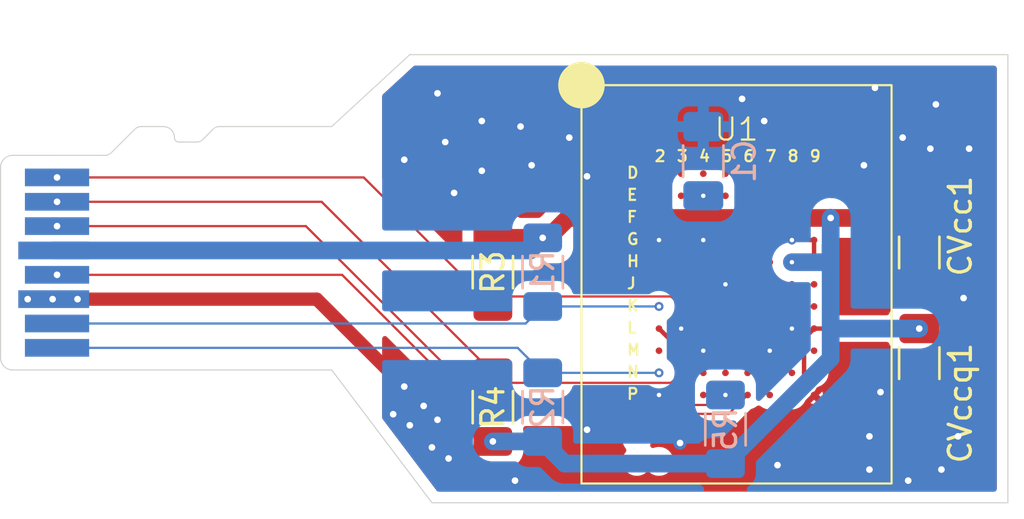
<source format=kicad_pcb>
(kicad_pcb (version 20241229) (generator "pcbnew") (generator_version "9.0")
  (layers (0 "F.Cu" signal) (2 "B.Cu" signal) (13 "F.Paste" user) (15 "B.Paste" user) (5 "F.SilkS" user "F.Silkscreen") (7 "B.SilkS" user "B.Silkscreen") (1 "F.Mask" user) (3 "B.Mask" user) (25 "Edge.Cuts" user))
  (net 0 "")
  (net 1 "Net-(U1-VDDi)")
  (net 2 "GND")
  (net 3 "+3V3")
  (net 4 "/D3")
  (net 5 "/D0")
  (net 6 "/D2")
  (net 7 "/CLK")
  (net 8 "/D1")
  (net 9 "/CMD")
  (footprint "Capacitor_SMD:C_1206_3216Metric_Pad1.33x1.80mm_HandSolder" (layer "F.Cu") (at 84 31.1925 -90)
    (property "Reference" "CVcc1" (at -1.1925 -1.85 90) (layer "F.SilkS"))
    (property "Value" "2.2u")
    (fp_line (start -0.711252 0.91) (end 0.711252 0.91) (stroke (width 0.12)) (layer "F.SilkS"))
    (fp_line (start -0.711252 -0.91) (end 0.711252 -0.91) (stroke (width 0.12)) (layer "F.SilkS"))
    (pad "1" smd roundrect (at -1.5625 0 270) (size 1.325 1.8) (layers "F.Cu" "F.Mask" "F.Paste") (roundrect_rratio 0.188679) (net 3 "+3V3"))
    (pad "2" smd roundrect (at 1.5625 0 270) (size 1.325 1.8) (layers "F.Cu" "F.Mask" "F.Paste") (roundrect_rratio 0.188679) (net 2 "GND"))
  )
  (footprint "Library:100-ball eMMC" (layer "F.Cu") (at 75.75 32.63)
    (property "Reference" "U1" (at 0 -7 0) (layer "F.SilkS") (effects (font (thickness 0.1))))
    (property "Value" "~")
    (fp_rect (start -7 -9) (end 7 9) (stroke (width 0.1)) (fill no) (layer "F.SilkS"))
    (fp_circle (center -7 -9) (end -6 -9) (stroke (width 0.1)) (fill yes) (layer "F.SilkS"))
    (fp_text user "9" (at 3.25 -5.5 0) (layer "F.SilkS") (effects (font (size 0.5 0.5) (thickness 0.1)) (justify left bottom)))
    (fp_text user "5" (at -0.75 -5.5 0) (layer "F.SilkS") (effects (font (size 0.5 0.5) (thickness 0.1)) (justify left bottom)))
    (fp_text user "8" (at 2.25 -5.5 0) (layer "F.SilkS") (effects (font (size 0.5 0.5) (thickness 0.1)) (justify left bottom)))
    (fp_text user "L" (at -5 2.25 0) (layer "F.SilkS") (effects (font (size 0.5 0.5) (thickness 0.1)) (justify left bottom)))
    (fp_text user "4" (at -1.75 -5.5 0) (layer "F.SilkS") (effects (font (size 0.5 0.5) (thickness 0.1)) (justify left bottom)))
    (fp_text user "K" (at -5 1.25 0) (layer "F.SilkS") (effects (font (size 0.5 0.5) (thickness 0.1)) (justify left bottom)))
    (fp_text user "2" (at -3.75 -5.5 0) (layer "F.SilkS") (effects (font (size 0.5 0.5) (thickness 0.1)) (justify left bottom)))
    (fp_text user "7" (at 1.25 -5.5 0) (layer "F.SilkS") (effects (font (size 0.5 0.5) (thickness 0.1)) (justify left bottom)))
    (fp_text user "6" (at 0.25 -5.5 0) (layer "F.SilkS") (effects (font (size 0.5 0.5) (thickness 0.1)) (justify left bottom)))
    (fp_text user "H" (at -5 -0.75 0) (layer "F.SilkS") (effects (font (size 0.5 0.5) (thickness 0.1)) (justify left bottom)))
    (fp_text user "G" (at -5 -1.75 0) (layer "F.SilkS") (effects (font (size 0.5 0.5) (thickness 0.1)) (justify left bottom)))
    (fp_text user "E" (at -5 -3.75 0) (layer "F.SilkS") (effects (font (size 0.5 0.5) (thickness 0.1)) (justify left bottom)))
    (fp_text user "F" (at -5 -2.75 0) (layer "F.SilkS") (effects (font (size 0.5 0.5) (thickness 0.1)) (justify left bottom)))
    (fp_text user "D" (at -5 -4.75 0) (layer "F.SilkS") (effects (font (size 0.5 0.5) (thickness 0.1)) (justify left bottom)))
    (fp_text user "M" (at -5 3.25 0) (layer "F.SilkS") (effects (font (size 0.5 0.5) (thickness 0.1)) (justify left bottom)))
    (fp_text user "P" (at -5 5.25 0) (layer "F.SilkS") (effects (font (size 0.5 0.5) (thickness 0.1)) (justify left bottom)))
    (fp_text user "J" (at -5 0.25 0) (layer "F.SilkS") (effects (font (size 0.5 0.5) (thickness 0.1)) (justify left bottom)))
    (fp_text user "3" (at -2.75 -5.5 0) (layer "F.SilkS") (effects (font (size 0.5 0.5) (thickness 0.1)) (justify left bottom)))
    (fp_text user "N" (at -5 4.25 0) (layer "F.SilkS") (effects (font (size 0.5 0.5) (thickness 0.1)) (justify left bottom)))
    (pad "0" smd circle (at -4.5 -8) (size 0.3 0.3) (layers "F.Cu" "F.Mask" "F.Paste"))
    (pad "1" smd circle (at -3.5 -8) (size 0.3 0.3) (layers "F.Cu" "F.Mask" "F.Paste"))
    (pad "2" smd circle (at 3.5 -8) (size 0.3 0.3) (layers "F.Cu" "F.Mask" "F.Paste"))
    (pad "3" smd circle (at 4.5 -8) (size 0.3 0.3) (layers "F.Cu" "F.Mask" "F.Paste"))
    (pad "4" smd circle (at -4.5 -7) (size 0.3 0.3) (layers "F.Cu" "F.Mask" "F.Paste"))
    (pad "5" smd circle (at 4.5 -7) (size 0.3 0.3) (layers "F.Cu" "F.Mask" "F.Paste"))
    (pad "6" smd circle (at -3.5 -5) (size 0.3 0.3) (layers "F.Cu" "F.Mask" "F.Paste"))
    (pad "7" smd circle (at -2.5 -5) (size 0.3 0.3) (layers "F.Cu" "F.Mask" "F.Paste"))
    (pad "8" smd circle (at -1.5 -5) (size 0.3 0.3) (layers "F.Cu" "F.Mask" "F.Paste"))
    (pad "9" smd circle (at -0.5 -5) (size 0.3 0.3) (layers "F.Cu" "F.Mask" "F.Paste"))
    (pad "10" smd circle (at 0.5 -5) (size 0.3 0.3) (layers "F.Cu" "F.Mask" "F.Paste"))
    (pad "11" smd circle (at 1.5 -5) (size 0.3 0.3) (layers "F.Cu" "F.Mask" "F.Paste"))
    (pad "12" smd circle (at 2.5 -5) (size 0.3 0.3) (layers "F.Cu" "F.Mask" "F.Paste"))
    (pad "13" smd circle (at 3.5 -5) (size 0.3 0.3) (layers "F.Cu" "F.Mask" "F.Paste"))
    (pad "14" smd circle (at -3.5 -4) (size 0.3 0.3) (layers "F.Cu" "F.Mask" "F.Paste"))
    (pad "15" smd circle (at -2.5 -4) (size 0.3 0.3) (layers "F.Cu" "F.Mask" "F.Paste"))
    (pad "16" smd circle (at -1.5 -4) (size 0.3 0.3) (layers "F.Cu" "F.Mask" "F.Paste") (net 1 "Net-(U1-VDDi)"))
    (pad "17" smd circle (at -0.5 -4) (size 0.3 0.3) (layers "F.Cu" "F.Mask" "F.Paste"))
    (pad "18" smd circle (at 0.5 -4) (size 0.3 0.3) (layers "F.Cu" "F.Mask" "F.Paste"))
    (pad "19" smd circle (at 1.5 -4) (size 0.3 0.3) (layers "F.Cu" "F.Mask" "F.Paste"))
    (pad "20" smd circle (at 2.5 -4) (size 0.3 0.3) (layers "F.Cu" "F.Mask" "F.Paste"))
    (pad "21" smd circle (at 3.5 -4) (size 0.3 0.3) (layers "F.Cu" "F.Mask" "F.Paste"))
    (pad "22" smd circle (at -3.5 -3) (size 0.3 0.3) (layers "F.Cu" "F.Mask" "F.Paste") (net 3 "+3V3"))
    (pad "23" smd circle (at -2.5 -3) (size 0.3 0.3) (layers "F.Cu" "F.Mask" "F.Paste") (net 3 "+3V3"))
    (pad "24" smd circle (at -1.5 -3) (size 0.3 0.3) (layers "F.Cu" "F.Mask" "F.Paste") (net 3 "+3V3"))
    (pad "25" smd circle (at -0.5 -3) (size 0.3 0.3) (layers "F.Cu" "F.Mask" "F.Paste") (net 3 "+3V3"))
    (pad "26" smd circle (at 0.5 -3) (size 0.3 0.3) (layers "F.Cu" "F.Mask" "F.Paste") (net 3 "+3V3"))
    (pad "27" smd circle (at 1.5 -3) (size 0.3 0.3) (layers "F.Cu" "F.Mask" "F.Paste") (net 3 "+3V3"))
    (pad "28" smd circle (at 2.5 -3) (size 0.3 0.3) (layers "F.Cu" "F.Mask" "F.Paste") (net 3 "+3V3"))
    (pad "29" smd circle (at 3.5 -3) (size 0.3 0.3) (layers "F.Cu" "F.Mask" "F.Paste") (net 3 "+3V3"))
    (pad "30" smd circle (at -3.5 -2) (size 0.3 0.3) (layers "F.Cu" "F.Mask" "F.Paste") (net 2 "GND"))
    (pad "31" smd circle (at -2.5 -2) (size 0.3 0.3) (layers "F.Cu" "F.Mask" "F.Paste") (net 2 "GND"))
    (pad "32" smd circle (at -1.5 -2) (size 0.3 0.3) (layers "F.Cu" "F.Mask" "F.Paste") (net 2 "GND"))
    (pad "33" smd circle (at -0.5 -2) (size 0.3 0.3) (layers "F.Cu" "F.Mask" "F.Paste") (net 2 "GND"))
    (pad "34" smd circle (at 0.5 -2) (size 0.3 0.3) (layers "F.Cu" "F.Mask" "F.Paste") (net 2 "GND"))
    (pad "35" smd circle (at 1.5 -2) (size 0.3 0.3) (layers "F.Cu" "F.Mask" "F.Paste") (net 2 "GND"))
    (pad "36" smd circle (at 2.5 -2) (size 0.3 0.3) (layers "F.Cu" "F.Mask" "F.Paste") (net 2 "GND"))
    (pad "37" smd circle (at 3.5 -2) (size 0.3 0.3) (layers "F.Cu" "F.Mask" "F.Paste") (net 2 "GND"))
    (pad "38" smd circle (at -3.5 -1) (size 0.3 0.3) (layers "F.Cu" "F.Mask" "F.Paste") (net 2 "GND"))
    (pad "39" smd circle (at -2.5 -1) (size 0.3 0.3) (layers "F.Cu" "F.Mask" "F.Paste") (net 3 "+3V3"))
    (pad "40" smd circle (at -1.5 -1) (size 0.3 0.3) (layers "F.Cu" "F.Mask" "F.Paste"))
    (pad "41" smd circle (at -0.5 -1) (size 0.3 0.3) (layers "F.Cu" "F.Mask" "F.Paste"))
    (pad "42" smd circle (at 0.5 -1) (size 0.3 0.3) (layers "F.Cu" "F.Mask" "F.Paste"))
    (pad "43" smd circle (at 1.5 -1) (size 0.3 0.3) (layers "F.Cu" "F.Mask" "F.Paste"))
    (pad "44" smd circle (at 2.5 -1) (size 0.3 0.3) (layers "F.Cu" "F.Mask" "F.Paste") (net 3 "+3V3"))
    (pad "45" smd circle (at 3.5 -1) (size 0.3 0.3) (layers "F.Cu" "F.Mask" "F.Paste") (net 2 "GND"))
    (pad "46" smd circle (at -3.5 0) (size 0.3 0.3) (layers "F.Cu" "F.Mask" "F.Paste"))
    (pad "47" smd circle (at -2.5 0) (size 0.3 0.3) (layers "F.Cu" "F.Mask" "F.Paste"))
    (pad "48" smd circle (at -1.5 0) (size 0.3 0.3) (layers "F.Cu" "F.Mask" "F.Paste"))
    (pad "49" smd circle (at -0.5 0) (size 0.3 0.3) (layers "F.Cu" "F.Mask" "F.Paste") (net 2 "GND"))
    (pad "50" smd circle (at 0.5 0) (size 0.3 0.3) (layers "F.Cu" "F.Mask" "F.Paste"))
    (pad "51" smd circle (at 1.5 0) (size 0.3 0.3) (layers "F.Cu" "F.Mask" "F.Paste"))
    (pad "52" smd circle (at 2.5 0) (size 0.3 0.3) (layers "F.Cu" "F.Mask" "F.Paste"))
    (pad "53" smd circle (at 3.5 0) (size 0.3 0.3) (layers "F.Cu" "F.Mask" "F.Paste"))
    (pad "54" smd circle (at -3.5 1) (size 0.3 0.3) (layers "F.Cu" "F.Mask" "F.Paste") (net 5 "/D0"))
    (pad "55" smd circle (at -2.5 1) (size 0.3 0.3) (layers "F.Cu" "F.Mask" "F.Paste") (net 6 "/D2"))
    (pad "56" smd circle (at -1.5 1) (size 0.3 0.3) (layers "F.Cu" "F.Mask" "F.Paste"))
    (pad "57" smd circle (at -0.5 1) (size 0.3 0.3) (layers "F.Cu" "F.Mask" "F.Paste"))
    (pad "58" smd circle (at 0.5 1) (size 0.3 0.3) (layers "F.Cu" "F.Mask" "F.Paste"))
    (pad "59" smd circle (at 1.5 1) (size 0.3 0.3) (layers "F.Cu" "F.Mask" "F.Paste"))
    (pad "60" smd circle (at 2.5 1) (size 0.3 0.3) (layers "F.Cu" "F.Mask" "F.Paste"))
    (pad "61" smd circle (at 3.5 1) (size 0.3 0.3) (layers "F.Cu" "F.Mask" "F.Paste"))
    (pad "62" smd circle (at -3.5 2) (size 0.3 0.3) (layers "F.Cu" "F.Mask" "F.Paste") (net 3 "+3V3"))
    (pad "63" smd circle (at -2.5 2) (size 0.3 0.3) (layers "F.Cu" "F.Mask" "F.Paste") (net 2 "GND"))
    (pad "64" smd circle (at -1.5 2) (size 0.3 0.3) (layers "F.Cu" "F.Mask" "F.Paste") (net 3 "+3V3"))
    (pad "65" smd circle (at -0.5 2) (size 0.3 0.3) (layers "F.Cu" "F.Mask" "F.Paste"))
    (pad "66" smd circle (at 0.5 2) (size 0.3 0.3) (layers "F.Cu" "F.Mask" "F.Paste"))
    (pad "67" smd circle (at 1.5 2) (size 0.3 0.3) (layers "F.Cu" "F.Mask" "F.Paste") (net 3 "+3V3"))
    (pad "68" smd circle (at 2.5 2) (size 0.3 0.3) (layers "F.Cu" "F.Mask" "F.Paste") (net 2 "GND"))
    (pad "69" smd circle (at 3.5 2) (size 0.3 0.3) (layers "F.Cu" "F.Mask" "F.Paste") (net 3 "+3V3"))
    (pad "70" smd circle (at -3.5 3) (size 0.3 0.3) (layers "F.Cu" "F.Mask" "F.Paste"))
    (pad "71" smd circle (at -2.5 3) (size 0.3 0.3) (layers "F.Cu" "F.Mask" "F.Paste"))
    (pad "72" smd circle (at -1.5 3) (size 0.3 0.3) (layers "F.Cu" "F.Mask" "F.Paste") (net 2 "GND"))
    (pad "73" smd circle (at -0.5 3) (size 0.3 0.3) (layers "F.Cu" "F.Mask" "F.Paste"))
    (pad "74" smd circle (at 0.5 3) (size 0.3 0.3) (layers "F.Cu" "F.Mask" "F.Paste"))
    (pad "75" smd circle (at 1.5 3) (size 0.3 0.3) (layers "F.Cu" "F.Mask" "F.Paste") (net 2 "GND"))
    (pad "76" smd circle (at 2.5 3) (size 0.3 0.3) (layers "F.Cu" "F.Mask" "F.Paste"))
    (pad "77" smd circle (at 3.5 3) (size 0.3 0.3) (layers "F.Cu" "F.Mask" "F.Paste"))
    (pad "78" smd circle (at -3.5 4) (size 0.3 0.3) (layers "F.Cu" "F.Mask" "F.Paste") (net 8 "/D1"))
    (pad "79" smd circle (at -2.5 4) (size 0.3 0.3) (layers "F.Cu" "F.Mask" "F.Paste") (net 4 "/D3"))
    (pad "80" smd circle (at -1.5 4) (size 0.3 0.3) (layers "F.Cu" "F.Mask" "F.Paste"))
    (pad "81" smd circle (at -0.5 4) (size 0.3 0.3) (layers "F.Cu" "F.Mask" "F.Paste"))
    (pad "82" smd circle (at 0.5 4) (size 0.3 0.3) (layers "F.Cu" "F.Mask" "F.Paste"))
    (pad "83" smd circle (at 1.5 4) (size 0.3 0.3) (layers "F.Cu" "F.Mask" "F.Paste"))
    (pad "84" smd circle (at 2.5 4) (size 0.3 0.3) (layers "F.Cu" "F.Mask" "F.Paste"))
    (pad "85" smd circle (at 3.5 4) (size 0.3 0.3) (layers "F.Cu" "F.Mask" "F.Paste"))
    (pad "86" smd circle (at -3.5 5) (size 0.3 0.3) (layers "F.Cu" "F.Mask" "F.Paste") (net 2 "GND"))
    (pad "87" smd circle (at -2.5 5) (size 0.3 0.3) (layers "F.Cu" "F.Mask" "F.Paste") (net 3 "+3V3"))
    (pad "88" smd circle (at -1.5 5) (size 0.3 0.3) (layers "F.Cu" "F.Mask" "F.Paste"))
    (pad "89" smd circle (at -0.5 5) (size 0.3 0.3) (layers "F.Cu" "F.Mask" "F.Paste") (net 9 "/CMD"))
    (pad "90" smd circle (at 0.5 5) (size 0.3 0.3) (layers "F.Cu" "F.Mask" "F.Paste") (net 7 "/CLK"))
    (pad "91" smd circle (at 1.5 5) (size 0.3 0.3) (layers "F.Cu" "F.Mask" "F.Paste"))
    (pad "92" smd circle (at 2.5 5) (size 0.3 0.3) (layers "F.Cu" "F.Mask" "F.Paste") (net 3 "+3V3"))
    (pad "93" smd circle (at 3.5 5) (size 0.3 0.3) (layers "F.Cu" "F.Mask" "F.Paste") (net 2 "GND"))
    (pad "94" smd circle (at -4.5 7) (size 0.3 0.3) (layers "F.Cu" "F.Mask" "F.Paste"))
    (pad "95" smd circle (at 4.5 7) (size 0.3 0.3) (layers "F.Cu" "F.Mask" "F.Paste"))
    (pad "96" smd circle (at -4.5 8) (size 0.3 0.3) (layers "F.Cu" "F.Mask" "F.Paste"))
    (pad "97" smd circle (at -3.5 8) (size 0.3 0.3) (layers "F.Cu" "F.Mask" "F.Paste"))
    (pad "98" smd circle (at 3.5 8) (size 0.3 0.3) (layers "F.Cu" "F.Mask" "F.Paste"))
    (pad "99" smd circle (at 4.5 8) (size 0.3 0.3) (layers "F.Cu" "F.Mask" "F.Paste"))
  )
  (footprint "Capacitor_SMD:C_1206_3216Metric_Pad1.33x1.80mm_HandSolder" (layer "F.Cu") (at 84 36.1925 -90)
    (property "Reference" "CVccq1" (at 1.8075 -1.85 90) (layer "F.SilkS"))
    (property "Value" "2.2u")
    (fp_line (start -0.711252 0.91) (end 0.711252 0.91) (stroke (width 0.12)) (layer "F.SilkS"))
    (fp_line (start -0.711252 -0.91) (end 0.711252 -0.91) (stroke (width 0.12)) (layer "F.SilkS"))
    (pad "1" smd roundrect (at -1.5625 0 270) (size 1.325 1.8) (layers "F.Cu" "F.Mask" "F.Paste") (roundrect_rratio 0.188679) (net 3 "+3V3"))
    (pad "2" smd roundrect (at 1.5625 0 270) (size 1.325 1.8) (layers "F.Cu" "F.Mask" "F.Paste") (roundrect_rratio 0.188679) (net 2 "GND"))
  )
  (footprint "Resistor_SMD:R_1206_3216Metric_Pad1.30x1.75mm_HandSolder" (layer "F.Cu") (at 64.75 32.08 -90)
    (property "Reference" "R3" (at 0 0 90) (layer "F.SilkS"))
    (property "Value" "50k")
    (fp_line (start -0.727064 0.91) (end 0.727064 0.91) (stroke (width 0.12)) (layer "F.SilkS"))
    (fp_line (start -0.727064 -0.91) (end 0.727064 -0.91) (stroke (width 0.12)) (layer "F.SilkS"))
    (pad "1" smd roundrect (at -1.55 0 270) (size 1.3 1.75) (layers "F.Cu" "F.Mask" "F.Paste") (roundrect_rratio 0.192308) (net 3 "+3V3"))
    (pad "2" smd roundrect (at 1.55 0 270) (size 1.3 1.75) (layers "F.Cu" "F.Mask" "F.Paste") (roundrect_rratio 0.192308) (net 6 "/D2"))
  )
  (footprint "Resistor_SMD:R_1206_3216Metric_Pad1.30x1.75mm_HandSolder" (layer "F.Cu") (at 64.75 38.18 90)
    (property "Reference" "R4" (at 0 0 90) (layer "F.SilkS"))
    (property "Value" "50k")
    (fp_line (start -0.727064 -0.91) (end 0.727064 -0.91) (stroke (width 0.12)) (layer "F.SilkS"))
    (fp_line (start -0.727064 0.91) (end 0.727064 0.91) (stroke (width 0.12)) (layer "F.SilkS"))
    (pad "1" smd roundrect (at -1.55 0 90) (size 1.3 1.75) (layers "F.Cu" "F.Mask" "F.Paste") (roundrect_rratio 0.192308) (net 3 "+3V3"))
    (pad "2" smd roundrect (at 1.55 0 90) (size 1.3 1.75) (layers "F.Cu" "F.Mask" "F.Paste") (roundrect_rratio 0.192308) (net 4 "/D3"))
  )
  (footprint "Capacitor_SMD:C_1206_3216Metric_Pad1.33x1.80mm_HandSolder" (layer "B.Cu") (at 74.25 27.0675 90)
    (property "Reference" "C1" (at 0 1.85 90) (layer "B.SilkS") (effects (justify mirror)))
    (property "Value" "1u")
    (fp_line (start -0.711252 -0.91) (end 0.711252 -0.91) (stroke (width 0.12)) (layer "B.SilkS"))
    (fp_line (start -0.711252 0.91) (end 0.711252 0.91) (stroke (width 0.12)) (layer "B.SilkS"))
    (pad "1" smd roundrect (at -1.5625 0 90) (size 1.325 1.8) (layers "B.Cu" "B.Mask" "B.Paste") (roundrect_rratio 0.188679) (net 1 "Net-(U1-VDDi)"))
    (pad "2" smd roundrect (at 1.5625 0 90) (size 1.325 1.8) (layers "B.Cu" "B.Mask" "B.Paste") (roundrect_rratio 0.188679) (net 2 "GND"))
  )
  (footprint "Resistor_SMD:R_1206_3216Metric_Pad1.30x1.75mm_HandSolder" (layer "B.Cu") (at 67 32.08 -90)
    (property "Reference" "R1" (at 0 0 90) (layer "B.SilkS") (effects (justify mirror)))
    (property "Value" "50k")
    (fp_line (start -0.727064 0.91) (end 0.727064 0.91) (stroke (width 0.12)) (layer "B.SilkS"))
    (fp_line (start -0.727064 -0.91) (end 0.727064 -0.91) (stroke (width 0.12)) (layer "B.SilkS"))
    (pad "1" smd roundrect (at -1.55 0 270) (size 1.3 1.75) (layers "B.Cu" "B.Mask" "B.Paste") (roundrect_rratio 0.192308) (net 3 "+3V3"))
    (pad "2" smd roundrect (at 1.55 0 270) (size 1.3 1.75) (layers "B.Cu" "B.Mask" "B.Paste") (roundrect_rratio 0.192308) (net 5 "/D0"))
  )
  (footprint "Resistor_SMD:R_1206_3216Metric_Pad1.30x1.75mm_HandSolder" (layer "B.Cu") (at 67 38.18 90)
    (property "Reference" "R2" (at 0 0 90) (layer "B.SilkS") (effects (justify mirror)))
    (property "Value" "50k")
    (fp_line (start -0.727064 -0.91) (end 0.727064 -0.91) (stroke (width 0.12)) (layer "B.SilkS"))
    (fp_line (start -0.727064 0.91) (end 0.727064 0.91) (stroke (width 0.12)) (layer "B.SilkS"))
    (pad "1" smd roundrect (at -1.55 0 90) (size 1.3 1.75) (layers "B.Cu" "B.Mask" "B.Paste") (roundrect_rratio 0.192308) (net 3 "+3V3"))
    (pad "2" smd roundrect (at 1.55 0 90) (size 1.3 1.75) (layers "B.Cu" "B.Mask" "B.Paste") (roundrect_rratio 0.192308) (net 8 "/D1"))
  )
  (footprint "Library:microsd" (layer "B.Cu") (at 45.075 31.650079 -90)
    (property "Reference" "J1" (hide yes))
    (property "Value" "Micro_SD_Card")
    (fp_line (start -4.3 2.55) (end 4.3 2.55) (stroke (width 0.05)) (layer "Edge.Cuts"))
    (fp_line (start -4.85 2) (end -4.849 -2.165) (stroke (width 0.05)) (layer "Edge.Cuts"))
    (fp_line (start 4.85 2) (end 4.85 -12.4) (stroke (width 0.05)) (layer "Edge.Cuts"))
    (fp_line (start -4.966157 -2.447843) (end -6.032843 -3.517157) (stroke (width 0.05)) (layer "Edge.Cuts"))
    (fp_line (start -6.15 -3.8) (end -6.15 -4.8) (stroke (width 0.05)) (layer "Edge.Cuts"))
    (fp_line (start -5.45 -5.5) (end -5.45 -6.3) (stroke (width 0.05)) (layer "Edge.Cuts"))
    (fp_line (start -5.567157 -6.582843) (end -6.033 -7.048) (stroke (width 0.05)) (layer "Edge.Cuts"))
    (fp_line (start -6.150157 -7.330843) (end -6.15 -12.4) (stroke (width 0.05)) (layer "Edge.Cuts"))
    (fp_arc (start -4.3 2.55) (mid -4.688909 2.388909) (end -4.85 2) (stroke (width 0.05)) (layer "Edge.Cuts"))
    (fp_arc (start 4.85 2) (mid 4.688909 2.388909) (end 4.3 2.55) (stroke (width 0.05)) (layer "Edge.Cuts"))
    (fp_arc (start -4.966157 -2.447843) (mid -4.879448 -2.318073) (end -4.849 -2.165) (stroke (width 0.05)) (layer "Edge.Cuts"))
    (fp_arc (start -6.032843 -3.517157) (mid -6.119552 -3.646927) (end -6.15 -3.8) (stroke (width 0.05)) (layer "Edge.Cuts"))
    (fp_arc (start -6.15 -4.8) (mid -6.003553 -5.153553) (end -5.65 -5.3) (stroke (width 0.05)) (layer "Edge.Cuts"))
    (fp_arc (start -5.45 -5.5) (mid -5.508579 -5.358579) (end -5.65 -5.3) (stroke (width 0.05)) (layer "Edge.Cuts"))
    (fp_arc (start -5.567157 -6.582843) (mid -5.480448 -6.453073) (end -5.45 -6.3) (stroke (width 0.05)) (layer "Edge.Cuts"))
    (fp_arc (start -6.033 -7.048) (mid -6.119709 -7.17777) (end -6.150157 -7.330843) (stroke (width 0.05)) (layer "Edge.Cuts"))
    (pad "1" smd rect (at -3.85 0 270) (size 0.8 2.9) (layers "B.Cu" "B.Mask") (net 6 "/D2"))
    (pad "2" smd rect (at -2.75 0 270) (size 0.8 2.9) (layers "B.Cu" "B.Mask") (net 4 "/D3"))
    (pad "3" smd rect (at -1.65 0 270) (size 0.8 2.9) (layers "B.Cu" "B.Mask") (net 9 "/CMD"))
    (pad "4" smd rect (at -0.55 0.15 270) (size 0.8 3.2) (layers "B.Cu" "B.Mask") (net 3 "+3V3"))
    (pad "5" smd rect (at 0.55 0 270) (size 0.8 2.9) (layers "B.Cu" "B.Mask") (net 7 "/CLK"))
    (pad "6" smd rect (at 1.65 0.15 270) (size 0.8 3.2) (layers "B.Cu" "B.Mask") (net 2 "GND"))
    (pad "7" smd rect (at 2.75 0 270) (size 0.8 2.9) (layers "B.Cu" "B.Mask") (net 5 "/D0"))
    (pad "8" smd rect (at 3.85 0 270) (size 0.8 2.9) (layers "B.Cu" "B.Mask") (net 8 "/D1"))
  )
  (footprint "Resistor_SMD:R_1206_3216Metric_Pad1.30x1.75mm_HandSolder" (layer "B.Cu") (at 75.25 39.18 90)
    (property "Reference" "R5" (at 0 0 90) (layer "B.SilkS") (effects (justify mirror)))
    (property "Value" "50k")
    (fp_line (start -0.727064 -0.91) (end 0.727064 -0.91) (stroke (width 0.12)) (layer "B.SilkS"))
    (fp_line (start -0.727064 0.91) (end 0.727064 0.91) (stroke (width 0.12)) (layer "B.SilkS"))
    (pad "1" smd roundrect (at -1.55 0 90) (size 1.3 1.75) (layers "B.Cu" "B.Mask" "B.Paste") (roundrect_rratio 0.192308) (net 3 "+3V3"))
    (pad "2" smd roundrect (at 1.55 0 90) (size 1.3 1.75) (layers "B.Cu" "B.Mask" "B.Paste") (roundrect_rratio 0.192308) (net 9 "/CMD"))
  )
  (gr_line (start 61 22.25) (end 88 22.25) (stroke (width 0.05)) (layer "Edge.Cuts"))
  (gr_line (start 57.475 25.500079) (end 61 22.25) (stroke (width 0.05)) (layer "Edge.Cuts"))
  (gr_line (start 62 42.5) (end 88 42.5) (stroke (width 0.05)) (layer "Edge.Cuts"))
  (gr_line (start 57.475 36.500079) (end 62 42.5) (stroke (width 0.05)) (layer "Edge.Cuts"))
  (gr_line (start 88 22.25) (end 88 42.5) (stroke (width 0.05)) (layer "Edge.Cuts"))
  (via (at 74.25 28.63) (size 0.4) (drill 0.2) (layers "F.Cu" "B.Cu") (net 1))
  (segment (start 61.625 38.125) (end 62.25 38.75) (width 0.6) (layer "F.Cu") (net 2))
  (segment (start 60.75 37.25) (end 61.625 38.125) (width 0.6) (layer "F.Cu") (net 2))
  (segment (start 43.75 33.300079) (end 56.800079 33.300079) (width 0.6) (layer "F.Cu") (net 2))
  (segment (start 74.25 30.63) (end 79.25 30.63) (width 0.2) (layer "F.Cu") (net 2))
  (segment (start 56.800079 33.300079) (end 60.75 37.25) (width 0.6) (layer "F.Cu") (net 2))
  (segment (start 73.25 30.63) (end 72.25 30.63) (width 0.2) (layer "F.Cu") (net 2))
  (segment (start 79.25 31.63) (end 79.25 30.63) (width 0.2) (layer "F.Cu") (net 2))
  (segment (start 72.25 30.63) (end 72.25 31.63) (width 0.2) (layer "F.Cu") (net 2))
  (via (at 43.75 33.300079) (size 0.6) (drill 0.3) (layers "F.Cu" "B.Cu") (net 2))
  (via (at 60.75 27) (size 0.6) (drill 0.3) (layers "F.Cu" "B.Cu") (net 2))
  (via (at 46 33.300079) (size 0.6) (drill 0.3) (layers "F.Cu" "B.Cu") (net 2))
  (via (at 76 24.25) (size 0.6) (drill 0.3) (layers "F.Cu" "B.Cu") (net 2))
  (via (at 68.2 26) (size 0.6) (drill 0.3) (layers "F.Cu" "B.Cu") (net 2))
  (via (at 69 27.75) (size 0.6) (drill 0.3) (layers "F.Cu" "B.Cu") (net 2))
  (via (at 69 39.2) (size 0.6) (drill 0.3) (layers "F.Cu" "B.Cu") (net 2))
  (via (at 83.5 41.5) (size 0.6) (drill 0.3) (layers "F.Cu" "B.Cu") (net 2))
  (via (at 62.25 38.75) (size 0.6) (drill 0.3) (layers "F.Cu" "B.Cu") (net 2))
  (via (at 83.25 26) (size 0.6) (drill 0.3) (layers "F.Cu" "B.Cu") (net 2))
  (via (at 74.25 35.63) (size 0.4) (drill 0.2) (layers "F.Cu" "B.Cu") (net 2))
  (via (at 61.625 38.125) (size 0.6) (drill 0.3) (layers "F.Cu" "B.Cu") (net 2))
  (via (at 77 25.25) (size 0.6) (drill 0.3) (layers "F.Cu" "B.Cu") (net 2))
  (via (at 82 23.75) (size 0.6) (drill 0.3) (layers "F.Cu" "B.Cu") (net 2))
  (via (at 81.75 41) (size 0.6) (drill 0.3) (layers "F.Cu" "B.Cu") (net 2))
  (via (at 81.5 27.25) (size 0.6) (drill 0.3) (layers "F.Cu" "B.Cu") (net 2))
  (via (at 66.5 27.25) (size 0.6) (drill 0.3) (layers "F.Cu" "B.Cu") (net 2))
  (via (at 77.25 35.63) (size 0.4) (drill 0.2) (layers "F.Cu" "B.Cu") (net 2))
  (via (at 63 28.5) (size 0.6) (drill 0.3) (layers "F.Cu" "B.Cu") (net 2))
  (via (at 60.25 38.5) (size 0.6) (drill 0.3) (layers "F.Cu" "B.Cu") (net 2))
  (via (at 66 25.5) (size 0.6) (drill 0.3) (layers "F.Cu" "B.Cu") (net 2))
  (via (at 78.25 34.63) (size 0.4) (drill 0.2) (layers "F.Cu" "B.Cu") (net 2))
  (via (at 62.25 24) (size 0.6) (drill 0.3) (layers "F.Cu" "B.Cu") (net 2))
  (via (at 72.25 37.63) (size 0.4) (drill 0.2) (layers "F.Cu" "B.Cu") (net 2))
  (via (at 86.25 26.5) (size 0.6) (drill 0.3) (layers "F.Cu" "B.Cu") (net 2))
  (via (at 62.75 40.5) (size 0.6) (drill 0.3) (layers "F.Cu" "B.Cu") (net 2))
  (via (at 44.875 33.300079) (size 0.6) (drill 0.3) (layers "F.Cu" "B.Cu") (net 2))
  (via (at 85 41) (size 0.6) (drill 0.3) (layers "F.Cu" "B.Cu") (net 2))
  (via (at 62 40) (size 0.6) (drill 0.3) (layers "F.Cu" "B.Cu") (net 2))
  (via (at 84.5 26.5) (size 0.6) (drill 0.3) (layers "F.Cu" "B.Cu") (net 2))
  (via (at 84.75 24.5) (size 0.6) (drill 0.3) (layers "F.Cu" "B.Cu") (net 2))
  (via (at 65.75 41.5) (size 0.6) (drill 0.3) (layers "F.Cu" "B.Cu") (net 2))
  (via (at 73.2 39.8) (size 0.6) (drill 0.3) (layers "F.Cu" "B.Cu") (net 2))
  (via (at 81.75 39.5) (size 0.6) (drill 0.3) (layers "F.Cu" "B.Cu") (net 2))
  (via (at 73.25 34.63) (size 0.4) (drill 0.2) (layers "F.Cu" "B.Cu") (net 2))
  (via (at 61 39) (size 0.6) (drill 0.3) (layers "F.Cu" "B.Cu") (net 2))
  (via (at 86 33.25) (size 0.6) (drill 0.3) (layers "F.Cu" "B.Cu") (net 2))
  (via (at 85.75 39.5) (size 0.6) (drill 0.3) (layers "F.Cu" "B.Cu") (net 2))
  (via (at 75.25 32.63) (size 0.4) (drill 0.2) (layers "F.Cu" "B.Cu") (net 2))
  (via (at 72.25 30.63) (size 0.4) (drill 0.2) (layers "F.Cu" "B.Cu") (net 2))
  (via (at 77.6 40.8) (size 0.6) (drill 0.3) (layers "F.Cu" "B.Cu") (net 2))
  (via (at 64.25 27.5) (size 0.6) (drill 0.3) (layers "F.Cu" "B.Cu") (net 2))
  (via (at 64.25 25.25) (size 0.6) (drill 0.3) (layers "F.Cu" "B.Cu") (net 2))
  (via (at 62.6 26.2) (size 0.6) (drill 0.3) (layers "F.Cu" "B.Cu") (net 2))
  (via (at 82.25 37.5) (size 0.6) (drill 0.3) (layers "F.Cu" "B.Cu") (net 2))
  (via (at 60.75 37.25) (size 0.6) (drill 0.3) (layers "F.Cu" "B.Cu") (net 2))
  (via (at 74.25 30.63) (size 0.4) (drill 0.2) (layers "F.Cu" "B.Cu") (net 2))
  (via (at 78.25 30.63) (size 0.4) (drill 0.2) (layers "F.Cu" "B.Cu") (net 2))
  (segment (start 77.25 34.63) (end 77.751 35.131) (width 0.2) (layer "F.Cu") (net 3))
  (segment (start 74.701 34.179) (end 74.25 34.63) (width 0.2) (layer "F.Cu") (net 3))
  (segment (start 77.751 35.131) (end 78.749 35.131) (width 0.2) (layer "F.Cu") (net 3))
  (segment (start 73.25 29.63) (end 73.701 30.081) (width 0.2) (layer "F.Cu") (net 3))
  (segment (start 73.75 37.13) (end 73.75 35.13) (width 0.2) (layer "F.Cu") (net 3))
  (segment (start 73.701 30.081) (end 73.701 31.179) (width 0.2) (layer "F.Cu") (net 3))
  (segment (start 72.75 35.13) (end 72.25 34.63) (width 0.2) (layer "F.Cu") (net 3))
  (segment (start 78.799 35.081) (end 78.799 37.081) (width 0.2) (layer "F.Cu") (net 3))
  (segment (start 76.799 34.179) (end 74.701 34.179) (width 0.2) (layer "F.Cu") (net 3))
  (segment (start 78.799 37.081) (end 78.25 37.63) (width 0.2) (layer "F.Cu") (net 3))
  (segment (start 73.75 35.13) (end 74.25 34.63) (width 0.2) (layer "F.Cu") (net 3))
  (segment (start 67.244207 30.53) (end 67 30.53) (width 0.8) (layer "F.Cu") (net 3))
  (segment (start 73.75 37.13) (end 73.25 37.63) (width 0.2) (layer "F.Cu") (net 3))
  (segment (start 84 34.63) (end 79.25 34.63) (width 0.2) (layer "F.Cu") (net 3))
  (segment (start 78.749 35.131) (end 78.799 35.081) (width 0.2) (layer "F.Cu") (net 3))
  (segment (start 73.75 35.13) (end 72.75 35.13) (width 0.2) (layer "F.Cu") (net 3))
  (segment (start 80 29.63) (end 84 29.63) (width 0.8) (layer "F.Cu") (net 3))
  (segment (start 64.75 30.53) (end 67 30.53) (width 0.8) (layer "F.Cu") (net 3))
  (segment (start 79.25 34.63) (end 78.799 35.081) (width 0.2) (layer "F.Cu") (net 3))
  (segment (start 72.25 29.63) (end 68.144207 29.63) (width 0.8) (layer "F.Cu") (net 3))
  (segment (start 80 29.63) (end 72.25 29.63) (width 0.8) (layer "F.Cu") (net 3))
  (segment (start 68.144207 29.63) (end 67.244207 30.53) (width 0.8) (layer "F.Cu") (net 3))
  (segment (start 73.701 31.179) (end 73.25 31.63) (width 0.2) (layer "F.Cu") (net 3))
  (segment (start 77.25 34.63) (end 76.799 34.179) (width 0.2) (layer "F.Cu") (net 3))
  (via (at 67 30.53) (size 0.6) (drill 0.3) (layers "F.Cu" "B.Cu") (net 3))
  (via (at 80 29.63) (size 0.6) (drill 0.3) (layers "F.Cu" "B.Cu") (net 3))
  (via (at 78.25 31.63) (size 0.4) (drill 0.2) (layers "F.Cu" "B.Cu") (net 3))
  (via (at 84 34.63) (size 0.6) (drill 0.3) (layers "F.Cu" "B.Cu") (net 3))
  (via (at 64.75 39.73) (size 0.6) (drill 0.3) (layers "F.Cu" "B.Cu") (net 3))
  (segment (start 79.93 31.63) (end 78.25 31.63) (width 0.8) (layer "B.Cu") (net 3))
  (segment (start 66.429921 31.100079) (end 44.925 31.100079) (width 0.8) (layer "B.Cu") (net 3))
  (segment (start 80 31.7) (end 79.93 31.63) (width 0.8) (layer "B.Cu") (net 3))
  (segment (start 80 35.98) (end 75.25 40.73) (width 0.8) (layer "B.Cu") (net 3))
  (segment (start 68 40.73) (end 67 39.73) (width 0.8) (layer "B.Cu") (net 3))
  (segment (start 67 39.73) (end 64.75 39.73) (width 0.8) (layer "B.Cu") (net 3))
  (segment (start 67 30.53) (end 66.429921 31.100079) (width 0.8) (layer "B.Cu") (net 3))
  (segment (start 80.37 34.63) (end 84 34.63) (width 0.8) (layer "B.Cu") (net 3))
  (segment (start 80 31.7) (end 80 35.98) (width 0.8) (layer "B.Cu") (net 3))
  (segment (start 80 29.63) (end 80 31.7) (width 0.8) (layer "B.Cu") (net 3))
  (segment (start 75.25 40.73) (end 68 40.73) (width 0.8) (layer "B.Cu") (net 3))
  (segment (start 72.799 37.081) (end 65.201 37.081) (width 0.1) (layer "F.Cu") (net 4))
  (segment (start 57.020079 28.900079) (end 64.75 36.63) (width 0.1) (layer "F.Cu") (net 4))
  (segment (start 73.25 36.63) (end 72.799 37.081) (width 0.1) (layer "F.Cu") (net 4))
  (segment (start 45.075 28.900079) (end 57.020079 28.900079) (width 0.1) (layer "F.Cu") (net 4))
  (via (at 45.075 28.900079) (size 0.6) (drill 0.3) (layers "F.Cu" "B.Cu") (net 4))
  (via (at 72.25 33.63) (size 0.4) (drill 0.2) (layers "F.Cu" "B.Cu") (net 5))
  (segment (start 72.25 33.63) (end 67 33.63) (width 0.1) (layer "B.Cu") (net 5))
  (segment (start 67 33.63) (end 66.229921 34.400079) (width 0.1) (layer "B.Cu") (net 5))
  (segment (start 66.229921 34.400079) (end 45.075 34.400079) (width 0.1) (layer "B.Cu") (net 5))
  (segment (start 58.920079 27.800079) (end 64.75 33.63) (width 0.1) (layer "F.Cu") (net 6))
  (segment (start 73.25 33.63) (end 72.799 33.179) (width 0.1) (layer "F.Cu") (net 6))
  (segment (start 72.799 33.179) (end 65.201 33.179) (width 0.1) (layer "F.Cu") (net 6))
  (segment (start 45.075 27.800079) (end 58.920079 27.800079) (width 0.1) (layer "F.Cu") (net 6))
  (via (at 45.075 27.800079) (size 0.6) (drill 0.3) (layers "F.Cu" "B.Cu") (net 6))
  (segment (start 45.075 32.200079) (end 57.941819 32.200079) (width 0.1) (layer "F.Cu") (net 7))
  (segment (start 75.398 38.482) (end 76.25 37.63) (width 0.1) (layer "F.Cu") (net 7))
  (segment (start 57.941819 32.200079) (end 64.22374 38.482) (width 0.1) (layer "F.Cu") (net 7))
  (segment (start 64.22374 38.482) (end 75.398 38.482) (width 0.1) (layer "F.Cu") (net 7))
  (via (at 45.075 32.200079) (size 0.6) (drill 0.3) (layers "F.Cu" "B.Cu") (net 7))
  (via (at 72.25 36.63) (size 0.4) (drill 0.2) (layers "F.Cu" "B.Cu") (net 8))
  (segment (start 67 36.63) (end 65.870079 35.500079) (width 0.1) (layer "B.Cu") (net 8))
  (segment (start 65.870079 35.500079) (end 45.075 35.500079) (width 0.1) (layer "B.Cu") (net 8))
  (segment (start 72.25 36.63) (end 67 36.63) (width 0.1) (layer "B.Cu") (net 8))
  (segment (start 64.38984 38.081) (end 74.799 38.081) (width 0.1) (layer "F.Cu") (net 9))
  (segment (start 45.075 30.000079) (end 56.308919 30.000079) (width 0.1) (layer "F.Cu") (net 9))
  (segment (start 56.308919 30.000079) (end 64.38984 38.081) (width 0.1) (layer "F.Cu") (net 9))
  (segment (start 74.799 38.081) (end 75.25 37.63) (width 0.1) (layer "F.Cu") (net 9))
  (via (at 75.25 37.63) (size 0.4) (drill 0.2) (layers "F.Cu" "B.Cu") (net 9))
  (via (at 45.075 30.000079) (size 0.6) (drill 0.3) (layers "F.Cu" "B.Cu") (net 9))
  (zone (net 0) (net_name "") (layer "F.Cu") (connect_pads (clearance 0)) (min_thickness 0.25)
    (keepout (tracks allowed) (vias allowed) (pads allowed) (copperpour not_allowed) (footprints allowed))
    (fill (thermal_gap 0.25) (thermal_bridge_width 0.5))
    (polygon (pts (xy 71 30.2) (xy 71 32) (xy 79.6 32) (xy 79.6 30.2)))
  )
  (zone (net 2) (net_name "GND") (layers "F.Cu" "B.Cu") (connect_pads (clearance 0.5)) (min_thickness 0.25) (fill yes (thermal_gap 0.25) (thermal_bridge_width 0.5))
    (polygon (pts (xy 59.75 40.522731) (xy 59.75 23) (xy 60.5 22.25) (xy 88.75 22.25) (xy 88.75 43.25) (xy 61.749997 43.25)))
  )
  (zone (net 0) (net_name "") (layer "B.Cu") (connect_pads (clearance 0)) (min_thickness 0.25)
    (keepout (tracks allowed) (vias allowed) (pads allowed) (copperpour not_allowed) (footprints allowed))
    (fill (thermal_gap 0.25) (thermal_bridge_width 0.5))
    (polygon (pts (xy 66.2 34.2) (xy 66.2 36) (xy 72.6 36) (xy 72.6 34.2)))
  )
)
</source>
